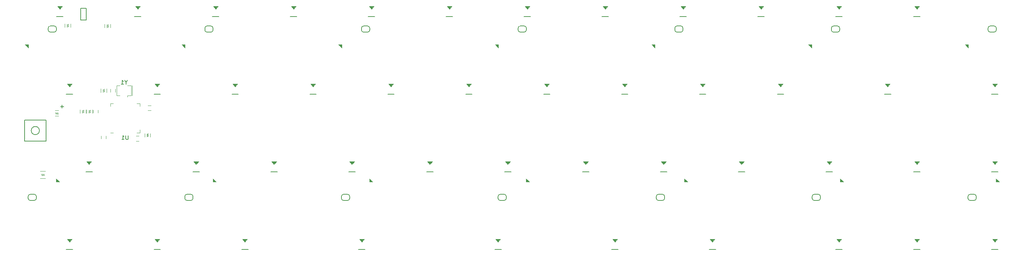
<source format=gbr>
%TF.GenerationSoftware,KiCad,Pcbnew,(5.1.11)-1*%
%TF.CreationDate,2022-08-16T19:25:20+07:00*%
%TF.ProjectId,Konpeko60,4b6f6e70-656b-46f3-9630-2e6b69636164,rev?*%
%TF.SameCoordinates,Original*%
%TF.FileFunction,Legend,Bot*%
%TF.FilePolarity,Positive*%
%FSLAX46Y46*%
G04 Gerber Fmt 4.6, Leading zero omitted, Abs format (unit mm)*
G04 Created by KiCad (PCBNEW (5.1.11)-1) date 2022-08-16 19:25:20*
%MOMM*%
%LPD*%
G01*
G04 APERTURE LIST*
%ADD10C,0.100000*%
%ADD11C,0.120000*%
%ADD12C,0.150000*%
G04 APERTURE END LIST*
D10*
%TO.C,R8*%
X52537500Y-74018750D02*
X52637500Y-73618750D01*
X52437500Y-73618750D02*
X52537500Y-74018750D01*
X52337500Y-74018750D02*
X52437500Y-73618750D01*
X52237500Y-73618750D02*
X52337500Y-74018750D01*
X52037500Y-73618750D02*
X52137500Y-74018750D01*
X52137500Y-74018750D02*
X52237500Y-73618750D01*
X52637500Y-73618750D02*
X52737500Y-74018750D01*
D11*
X51962500Y-73118750D02*
X52812500Y-73118750D01*
X51962500Y-74518750D02*
X52812500Y-74518750D01*
D12*
%TO.C,U2*%
X59546250Y-50930750D02*
X58246250Y-50930750D01*
X59546250Y-48030750D02*
X59546250Y-50930750D01*
X58246250Y-48030750D02*
X59546250Y-48030750D01*
X58246250Y-48030750D02*
X58246250Y-50930750D01*
D10*
%TO.C,R7*%
X64954125Y-52269250D02*
X64554125Y-52169250D01*
X64554125Y-52369250D02*
X64954125Y-52269250D01*
X64954125Y-52469250D02*
X64554125Y-52369250D01*
X64554125Y-52569250D02*
X64954125Y-52469250D01*
X64554125Y-52769250D02*
X64954125Y-52669250D01*
X64954125Y-52669250D02*
X64554125Y-52569250D01*
X64554125Y-52169250D02*
X64954125Y-52069250D01*
D11*
X64054125Y-52844250D02*
X64054125Y-51994250D01*
X65454125Y-52844250D02*
X65454125Y-51994250D01*
D10*
%TO.C,R6*%
X55238625Y-52142250D02*
X54838625Y-52042250D01*
X54838625Y-52242250D02*
X55238625Y-52142250D01*
X55238625Y-52342250D02*
X54838625Y-52242250D01*
X54838625Y-52442250D02*
X55238625Y-52342250D01*
X54838625Y-52642250D02*
X55238625Y-52542250D01*
X55238625Y-52542250D02*
X54838625Y-52442250D01*
X54838625Y-52042250D02*
X55238625Y-51942250D01*
D11*
X54338625Y-52717250D02*
X54338625Y-51867250D01*
X55738625Y-52717250D02*
X55738625Y-51867250D01*
D10*
%TO.C,R5*%
X48892625Y-89131750D02*
X48992625Y-88731750D01*
X49192625Y-88731750D02*
X49292625Y-89131750D01*
X48692625Y-89131750D02*
X48792625Y-88731750D01*
X48592625Y-88731750D02*
X48692625Y-89131750D01*
X48792625Y-88731750D02*
X48892625Y-89131750D01*
X48992625Y-88731750D02*
X49092625Y-89131750D01*
X49092625Y-89131750D02*
X49192625Y-88731750D01*
D11*
X48342625Y-89811750D02*
X49542625Y-89811750D01*
X49542625Y-88051750D02*
X48342625Y-88051750D01*
D10*
%TO.C,R2*%
X60550000Y-73250000D02*
X60150000Y-73150000D01*
X60150000Y-73350000D02*
X60550000Y-73250000D01*
X60550000Y-73450000D02*
X60150000Y-73350000D01*
X60150000Y-73550000D02*
X60550000Y-73450000D01*
X60150000Y-73750000D02*
X60550000Y-73650000D01*
X60550000Y-73650000D02*
X60150000Y-73550000D01*
X60150000Y-73150000D02*
X60550000Y-73050000D01*
D11*
X59650000Y-73825000D02*
X59650000Y-72975000D01*
X61050000Y-73825000D02*
X61050000Y-72975000D01*
D10*
%TO.C,R3*%
X58550000Y-73550000D02*
X58950000Y-73650000D01*
X58950000Y-73450000D02*
X58550000Y-73550000D01*
X58550000Y-73350000D02*
X58950000Y-73450000D01*
X58950000Y-73250000D02*
X58550000Y-73350000D01*
X58950000Y-73050000D02*
X58550000Y-73150000D01*
X58550000Y-73150000D02*
X58950000Y-73250000D01*
X58950000Y-73650000D02*
X58550000Y-73750000D01*
D11*
X59450000Y-72975000D02*
X59450000Y-73825000D01*
X58050000Y-72975000D02*
X58050000Y-73825000D01*
D12*
%TO.C,SW1*%
X48115625Y-78068750D02*
G75*
G03*
X48115625Y-78068750I-1000000J0D01*
G01*
X44515625Y-80668750D02*
X49715625Y-80668750D01*
X44515625Y-75468750D02*
X44515625Y-80668750D01*
X49715625Y-75468750D02*
X44515625Y-75468750D01*
X49715625Y-80668750D02*
X49715625Y-75468750D01*
D10*
%TO.C,RGB17*%
G36*
X244706250Y-90668750D02*
G01*
X243906250Y-90668750D01*
X243906250Y-89868750D01*
X244706250Y-90668750D01*
G37*
X244706250Y-90668750D02*
X243906250Y-90668750D01*
X243906250Y-89868750D01*
X244706250Y-90668750D01*
D12*
X239056250Y-94718750D02*
X239056250Y-94218750D01*
X237556250Y-95218750D02*
X238556250Y-95218750D01*
X237056250Y-94218750D02*
X237056250Y-94718750D01*
X238556250Y-93718750D02*
X237556250Y-93718750D01*
X237056250Y-94718750D02*
G75*
G03*
X237556250Y-95218750I500000J0D01*
G01*
X238556250Y-95218750D02*
G75*
G03*
X239056250Y-94718750I0J500000D01*
G01*
X239056250Y-94218750D02*
G75*
G03*
X238556250Y-93718750I-500000J0D01*
G01*
X237556250Y-93718750D02*
G75*
G03*
X237056250Y-94218750I0J-500000D01*
G01*
D10*
%TO.C,RGB16*%
G36*
X282806250Y-90668750D02*
G01*
X282006250Y-90668750D01*
X282006250Y-89868750D01*
X282806250Y-90668750D01*
G37*
X282806250Y-90668750D02*
X282006250Y-90668750D01*
X282006250Y-89868750D01*
X282806250Y-90668750D01*
D12*
X277156250Y-94718750D02*
X277156250Y-94218750D01*
X275656250Y-95218750D02*
X276656250Y-95218750D01*
X275156250Y-94218750D02*
X275156250Y-94718750D01*
X276656250Y-93718750D02*
X275656250Y-93718750D01*
X275156250Y-94718750D02*
G75*
G03*
X275656250Y-95218750I500000J0D01*
G01*
X276656250Y-95218750D02*
G75*
G03*
X277156250Y-94718750I0J500000D01*
G01*
X277156250Y-94218750D02*
G75*
G03*
X276656250Y-93718750I-500000J0D01*
G01*
X275656250Y-93718750D02*
G75*
G03*
X275156250Y-94218750I0J-500000D01*
G01*
D10*
%TO.C,RGB15*%
G36*
X206606250Y-90668750D02*
G01*
X205806250Y-90668750D01*
X205806250Y-89868750D01*
X206606250Y-90668750D01*
G37*
X206606250Y-90668750D02*
X205806250Y-90668750D01*
X205806250Y-89868750D01*
X206606250Y-90668750D01*
D12*
X200956250Y-94718750D02*
X200956250Y-94218750D01*
X199456250Y-95218750D02*
X200456250Y-95218750D01*
X198956250Y-94218750D02*
X198956250Y-94718750D01*
X200456250Y-93718750D02*
X199456250Y-93718750D01*
X198956250Y-94718750D02*
G75*
G03*
X199456250Y-95218750I500000J0D01*
G01*
X200456250Y-95218750D02*
G75*
G03*
X200956250Y-94718750I0J500000D01*
G01*
X200956250Y-94218750D02*
G75*
G03*
X200456250Y-93718750I-500000J0D01*
G01*
X199456250Y-93718750D02*
G75*
G03*
X198956250Y-94218750I0J-500000D01*
G01*
%TO.C,RGB13*%
X161760625Y-93718750D02*
X160760625Y-93718750D01*
X160260625Y-94218750D02*
X160260625Y-94718750D01*
X160760625Y-95218750D02*
X161760625Y-95218750D01*
X162260625Y-94718750D02*
X162260625Y-94218750D01*
D10*
G36*
X167910625Y-90668750D02*
G01*
X167110625Y-90668750D01*
X167110625Y-89868750D01*
X167910625Y-90668750D01*
G37*
X167910625Y-90668750D02*
X167110625Y-90668750D01*
X167110625Y-89868750D01*
X167910625Y-90668750D01*
D12*
X160760625Y-93718750D02*
G75*
G03*
X160260625Y-94218750I0J-500000D01*
G01*
X162260625Y-94218750D02*
G75*
G03*
X161760625Y-93718750I-500000J0D01*
G01*
X161760625Y-95218750D02*
G75*
G03*
X162260625Y-94718750I0J500000D01*
G01*
X160260625Y-94718750D02*
G75*
G03*
X160760625Y-95218750I500000J0D01*
G01*
D10*
%TO.C,RGB12*%
G36*
X274405625Y-56968750D02*
G01*
X275205625Y-56968750D01*
X275205625Y-57768750D01*
X274405625Y-56968750D01*
G37*
X274405625Y-56968750D02*
X275205625Y-56968750D01*
X275205625Y-57768750D01*
X274405625Y-56968750D01*
D12*
X280055625Y-52918750D02*
X280055625Y-53418750D01*
X281555625Y-52418750D02*
X280555625Y-52418750D01*
X282055625Y-53418750D02*
X282055625Y-52918750D01*
X280555625Y-53918750D02*
X281555625Y-53918750D01*
X282055625Y-52918750D02*
G75*
G03*
X281555625Y-52418750I-500000J0D01*
G01*
X280555625Y-52418750D02*
G75*
G03*
X280055625Y-52918750I0J-500000D01*
G01*
X280055625Y-53418750D02*
G75*
G03*
X280555625Y-53918750I500000J0D01*
G01*
X281555625Y-53918750D02*
G75*
G03*
X282055625Y-53418750I0J500000D01*
G01*
D10*
%TO.C,RGB11*%
G36*
X129612292Y-90668750D02*
G01*
X128812292Y-90668750D01*
X128812292Y-89868750D01*
X129612292Y-90668750D01*
G37*
X129612292Y-90668750D02*
X128812292Y-90668750D01*
X128812292Y-89868750D01*
X129612292Y-90668750D01*
D12*
X123962292Y-94718750D02*
X123962292Y-94218750D01*
X122462292Y-95218750D02*
X123462292Y-95218750D01*
X121962292Y-94218750D02*
X121962292Y-94718750D01*
X123462292Y-93718750D02*
X122462292Y-93718750D01*
X121962292Y-94718750D02*
G75*
G03*
X122462292Y-95218750I500000J0D01*
G01*
X123462292Y-95218750D02*
G75*
G03*
X123962292Y-94718750I0J500000D01*
G01*
X123962292Y-94218750D02*
G75*
G03*
X123462292Y-93718750I-500000J0D01*
G01*
X122462292Y-93718750D02*
G75*
G03*
X121962292Y-94218750I0J-500000D01*
G01*
D10*
%TO.C,RGB10*%
G36*
X236107292Y-56968750D02*
G01*
X236907292Y-56968750D01*
X236907292Y-57768750D01*
X236107292Y-56968750D01*
G37*
X236107292Y-56968750D02*
X236907292Y-56968750D01*
X236907292Y-57768750D01*
X236107292Y-56968750D01*
D12*
X241757292Y-52918750D02*
X241757292Y-53418750D01*
X243257292Y-52418750D02*
X242257292Y-52418750D01*
X243757292Y-53418750D02*
X243757292Y-52918750D01*
X242257292Y-53918750D02*
X243257292Y-53918750D01*
X243757292Y-52918750D02*
G75*
G03*
X243257292Y-52418750I-500000J0D01*
G01*
X242257292Y-52418750D02*
G75*
G03*
X241757292Y-52918750I0J-500000D01*
G01*
X241757292Y-53418750D02*
G75*
G03*
X242257292Y-53918750I500000J0D01*
G01*
X243257292Y-53918750D02*
G75*
G03*
X243757292Y-53418750I0J500000D01*
G01*
D10*
%TO.C,RGB9*%
G36*
X91313958Y-90668750D02*
G01*
X90513958Y-90668750D01*
X90513958Y-89868750D01*
X91313958Y-90668750D01*
G37*
X91313958Y-90668750D02*
X90513958Y-90668750D01*
X90513958Y-89868750D01*
X91313958Y-90668750D01*
D12*
X85663958Y-94718750D02*
X85663958Y-94218750D01*
X84163958Y-95218750D02*
X85163958Y-95218750D01*
X83663958Y-94218750D02*
X83663958Y-94718750D01*
X85163958Y-93718750D02*
X84163958Y-93718750D01*
X83663958Y-94718750D02*
G75*
G03*
X84163958Y-95218750I500000J0D01*
G01*
X85163958Y-95218750D02*
G75*
G03*
X85663958Y-94718750I0J500000D01*
G01*
X85663958Y-94218750D02*
G75*
G03*
X85163958Y-93718750I-500000J0D01*
G01*
X84163958Y-93718750D02*
G75*
G03*
X83663958Y-94218750I0J-500000D01*
G01*
D10*
%TO.C,RGB8*%
G36*
X197808958Y-56968750D02*
G01*
X198608958Y-56968750D01*
X198608958Y-57768750D01*
X197808958Y-56968750D01*
G37*
X197808958Y-56968750D02*
X198608958Y-56968750D01*
X198608958Y-57768750D01*
X197808958Y-56968750D01*
D12*
X203458958Y-52918750D02*
X203458958Y-53418750D01*
X204958958Y-52418750D02*
X203958958Y-52418750D01*
X205458958Y-53418750D02*
X205458958Y-52918750D01*
X203958958Y-53918750D02*
X204958958Y-53918750D01*
X205458958Y-52918750D02*
G75*
G03*
X204958958Y-52418750I-500000J0D01*
G01*
X203958958Y-52418750D02*
G75*
G03*
X203458958Y-52918750I0J-500000D01*
G01*
X203458958Y-53418750D02*
G75*
G03*
X203958958Y-53918750I500000J0D01*
G01*
X204958958Y-53918750D02*
G75*
G03*
X205458958Y-53418750I0J500000D01*
G01*
D10*
%TO.C,RGB7*%
G36*
X53015625Y-90668750D02*
G01*
X52215625Y-90668750D01*
X52215625Y-89868750D01*
X53015625Y-90668750D01*
G37*
X53015625Y-90668750D02*
X52215625Y-90668750D01*
X52215625Y-89868750D01*
X53015625Y-90668750D01*
D12*
X47365625Y-94718750D02*
X47365625Y-94218750D01*
X45865625Y-95218750D02*
X46865625Y-95218750D01*
X45365625Y-94218750D02*
X45365625Y-94718750D01*
X46865625Y-93718750D02*
X45865625Y-93718750D01*
X45365625Y-94718750D02*
G75*
G03*
X45865625Y-95218750I500000J0D01*
G01*
X46865625Y-95218750D02*
G75*
G03*
X47365625Y-94718750I0J500000D01*
G01*
X47365625Y-94218750D02*
G75*
G03*
X46865625Y-93718750I-500000J0D01*
G01*
X45865625Y-93718750D02*
G75*
G03*
X45365625Y-94218750I0J-500000D01*
G01*
D10*
%TO.C,RGB6*%
G36*
X159510625Y-56968750D02*
G01*
X160310625Y-56968750D01*
X160310625Y-57768750D01*
X159510625Y-56968750D01*
G37*
X159510625Y-56968750D02*
X160310625Y-56968750D01*
X160310625Y-57768750D01*
X159510625Y-56968750D01*
D12*
X165160625Y-52918750D02*
X165160625Y-53418750D01*
X166660625Y-52418750D02*
X165660625Y-52418750D01*
X167160625Y-53418750D02*
X167160625Y-52918750D01*
X165660625Y-53918750D02*
X166660625Y-53918750D01*
X167160625Y-52918750D02*
G75*
G03*
X166660625Y-52418750I-500000J0D01*
G01*
X165660625Y-52418750D02*
G75*
G03*
X165160625Y-52918750I0J-500000D01*
G01*
X165160625Y-53418750D02*
G75*
G03*
X165660625Y-53918750I500000J0D01*
G01*
X166660625Y-53918750D02*
G75*
G03*
X167160625Y-53418750I0J500000D01*
G01*
D10*
%TO.C,RGB4*%
G36*
X121212292Y-56968750D02*
G01*
X122012292Y-56968750D01*
X122012292Y-57768750D01*
X121212292Y-56968750D01*
G37*
X121212292Y-56968750D02*
X122012292Y-56968750D01*
X122012292Y-57768750D01*
X121212292Y-56968750D01*
D12*
X126862292Y-52918750D02*
X126862292Y-53418750D01*
X128362292Y-52418750D02*
X127362292Y-52418750D01*
X128862292Y-53418750D02*
X128862292Y-52918750D01*
X127362292Y-53918750D02*
X128362292Y-53918750D01*
X128862292Y-52918750D02*
G75*
G03*
X128362292Y-52418750I-500000J0D01*
G01*
X127362292Y-52418750D02*
G75*
G03*
X126862292Y-52918750I0J-500000D01*
G01*
X126862292Y-53418750D02*
G75*
G03*
X127362292Y-53918750I500000J0D01*
G01*
X128362292Y-53918750D02*
G75*
G03*
X128862292Y-53418750I0J500000D01*
G01*
D10*
%TO.C,RGB2*%
G36*
X82913958Y-56968750D02*
G01*
X83713958Y-56968750D01*
X83713958Y-57768750D01*
X82913958Y-56968750D01*
G37*
X82913958Y-56968750D02*
X83713958Y-56968750D01*
X83713958Y-57768750D01*
X82913958Y-56968750D01*
D12*
X88563958Y-52918750D02*
X88563958Y-53418750D01*
X90063958Y-52418750D02*
X89063958Y-52418750D01*
X90563958Y-53418750D02*
X90563958Y-52918750D01*
X89063958Y-53918750D02*
X90063958Y-53918750D01*
X90563958Y-52918750D02*
G75*
G03*
X90063958Y-52418750I-500000J0D01*
G01*
X89063958Y-52418750D02*
G75*
G03*
X88563958Y-52918750I0J-500000D01*
G01*
X88563958Y-53418750D02*
G75*
G03*
X89063958Y-53918750I500000J0D01*
G01*
X90063958Y-53918750D02*
G75*
G03*
X90563958Y-53418750I0J500000D01*
G01*
D10*
%TO.C,RGB1*%
G36*
X44615625Y-56968750D02*
G01*
X45415625Y-56968750D01*
X45415625Y-57768750D01*
X44615625Y-56968750D01*
G37*
X44615625Y-56968750D02*
X45415625Y-56968750D01*
X45415625Y-57768750D01*
X44615625Y-56968750D01*
D12*
X50265625Y-52918750D02*
X50265625Y-53418750D01*
X51765625Y-52418750D02*
X50765625Y-52418750D01*
X52265625Y-53418750D02*
X52265625Y-52918750D01*
X50765625Y-53918750D02*
X51765625Y-53918750D01*
X52265625Y-52918750D02*
G75*
G03*
X51765625Y-52418750I-500000J0D01*
G01*
X50765625Y-52418750D02*
G75*
G03*
X50265625Y-52918750I0J-500000D01*
G01*
X50265625Y-53418750D02*
G75*
G03*
X50765625Y-53918750I500000J0D01*
G01*
X51765625Y-53918750D02*
G75*
G03*
X52265625Y-53418750I0J500000D01*
G01*
%TO.C,D48*%
X280905250Y-107284375D02*
X282505250Y-107284375D01*
D10*
G36*
X281705250Y-105484375D02*
G01*
X282305250Y-104684375D01*
X281105250Y-104684375D01*
X281705250Y-105484375D01*
G37*
X281705250Y-105484375D02*
X282305250Y-104684375D01*
X281105250Y-104684375D01*
X281705250Y-105484375D01*
D12*
%TO.C,D47*%
X280905250Y-88234375D02*
X282505250Y-88234375D01*
D10*
G36*
X281705250Y-86434375D02*
G01*
X282305250Y-85634375D01*
X281105250Y-85634375D01*
X281705250Y-86434375D01*
G37*
X281705250Y-86434375D02*
X282305250Y-85634375D01*
X281105250Y-85634375D01*
X281705250Y-86434375D01*
D12*
%TO.C,D46*%
X280905250Y-69184375D02*
X282505250Y-69184375D01*
D10*
G36*
X281705250Y-67384375D02*
G01*
X282305250Y-66584375D01*
X281105250Y-66584375D01*
X281705250Y-67384375D01*
G37*
X281705250Y-67384375D02*
X282305250Y-66584375D01*
X281105250Y-66584375D01*
X281705250Y-67384375D01*
D12*
%TO.C,D45*%
X261855250Y-50134375D02*
X263455250Y-50134375D01*
D10*
G36*
X262655250Y-48334375D02*
G01*
X263255250Y-47534375D01*
X262055250Y-47534375D01*
X262655250Y-48334375D01*
G37*
X262655250Y-48334375D02*
X263255250Y-47534375D01*
X262055250Y-47534375D01*
X262655250Y-48334375D01*
D12*
%TO.C,D44*%
X261855250Y-107284375D02*
X263455250Y-107284375D01*
D10*
G36*
X262655250Y-105484375D02*
G01*
X263255250Y-104684375D01*
X262055250Y-104684375D01*
X262655250Y-105484375D01*
G37*
X262655250Y-105484375D02*
X263255250Y-104684375D01*
X262055250Y-104684375D01*
X262655250Y-105484375D01*
D12*
%TO.C,D43*%
X261855250Y-88234375D02*
X263455250Y-88234375D01*
D10*
G36*
X262655250Y-86434375D02*
G01*
X263255250Y-85634375D01*
X262055250Y-85634375D01*
X262655250Y-86434375D01*
G37*
X262655250Y-86434375D02*
X263255250Y-85634375D01*
X262055250Y-85634375D01*
X262655250Y-86434375D01*
D12*
%TO.C,D42*%
X254711500Y-69184375D02*
X256311500Y-69184375D01*
D10*
G36*
X255511500Y-67384375D02*
G01*
X256111500Y-66584375D01*
X254911500Y-66584375D01*
X255511500Y-67384375D01*
G37*
X255511500Y-67384375D02*
X256111500Y-66584375D01*
X254911500Y-66584375D01*
X255511500Y-67384375D01*
D12*
%TO.C,D41*%
X242805250Y-50134375D02*
X244405250Y-50134375D01*
D10*
G36*
X243605250Y-48334375D02*
G01*
X244205250Y-47534375D01*
X243005250Y-47534375D01*
X243605250Y-48334375D01*
G37*
X243605250Y-48334375D02*
X244205250Y-47534375D01*
X243005250Y-47534375D01*
X243605250Y-48334375D01*
D12*
%TO.C,D40*%
X242805250Y-107284375D02*
X244405250Y-107284375D01*
D10*
G36*
X243605250Y-105484375D02*
G01*
X244205250Y-104684375D01*
X243005250Y-104684375D01*
X243605250Y-105484375D01*
G37*
X243605250Y-105484375D02*
X244205250Y-104684375D01*
X243005250Y-104684375D01*
X243605250Y-105484375D01*
D12*
%TO.C,D39*%
X240424000Y-88234375D02*
X242024000Y-88234375D01*
D10*
G36*
X241224000Y-86434375D02*
G01*
X241824000Y-85634375D01*
X240624000Y-85634375D01*
X241224000Y-86434375D01*
G37*
X241224000Y-86434375D02*
X241824000Y-85634375D01*
X240624000Y-85634375D01*
X241224000Y-86434375D01*
D12*
%TO.C,D38*%
X228517750Y-69184375D02*
X230117750Y-69184375D01*
D10*
G36*
X229317750Y-67384375D02*
G01*
X229917750Y-66584375D01*
X228717750Y-66584375D01*
X229317750Y-67384375D01*
G37*
X229317750Y-67384375D02*
X229917750Y-66584375D01*
X228717750Y-66584375D01*
X229317750Y-67384375D01*
D12*
%TO.C,D37*%
X223755250Y-50134375D02*
X225355250Y-50134375D01*
D10*
G36*
X224555250Y-48334375D02*
G01*
X225155250Y-47534375D01*
X223955250Y-47534375D01*
X224555250Y-48334375D01*
G37*
X224555250Y-48334375D02*
X225155250Y-47534375D01*
X223955250Y-47534375D01*
X224555250Y-48334375D01*
D12*
%TO.C,D35*%
X218992750Y-88234375D02*
X220592750Y-88234375D01*
D10*
G36*
X219792750Y-86434375D02*
G01*
X220392750Y-85634375D01*
X219192750Y-85634375D01*
X219792750Y-86434375D01*
G37*
X219792750Y-86434375D02*
X220392750Y-85634375D01*
X219192750Y-85634375D01*
X219792750Y-86434375D01*
D12*
%TO.C,D34*%
X209467750Y-69184375D02*
X211067750Y-69184375D01*
D10*
G36*
X210267750Y-67384375D02*
G01*
X210867750Y-66584375D01*
X209667750Y-66584375D01*
X210267750Y-67384375D01*
G37*
X210267750Y-67384375D02*
X210867750Y-66584375D01*
X209667750Y-66584375D01*
X210267750Y-67384375D01*
D12*
%TO.C,D33*%
X204705250Y-50134375D02*
X206305250Y-50134375D01*
D10*
G36*
X205505250Y-48334375D02*
G01*
X206105250Y-47534375D01*
X204905250Y-47534375D01*
X205505250Y-48334375D01*
G37*
X205505250Y-48334375D02*
X206105250Y-47534375D01*
X204905250Y-47534375D01*
X205505250Y-48334375D01*
D12*
%TO.C,D32*%
X211849000Y-107284375D02*
X213449000Y-107284375D01*
D10*
G36*
X212649000Y-105484375D02*
G01*
X213249000Y-104684375D01*
X212049000Y-104684375D01*
X212649000Y-105484375D01*
G37*
X212649000Y-105484375D02*
X213249000Y-104684375D01*
X212049000Y-104684375D01*
X212649000Y-105484375D01*
D12*
%TO.C,D31*%
X199942750Y-88234375D02*
X201542750Y-88234375D01*
D10*
G36*
X200742750Y-86434375D02*
G01*
X201342750Y-85634375D01*
X200142750Y-85634375D01*
X200742750Y-86434375D01*
G37*
X200742750Y-86434375D02*
X201342750Y-85634375D01*
X200142750Y-85634375D01*
X200742750Y-86434375D01*
D12*
%TO.C,D30*%
X190417750Y-69184375D02*
X192017750Y-69184375D01*
D10*
G36*
X191217750Y-67384375D02*
G01*
X191817750Y-66584375D01*
X190617750Y-66584375D01*
X191217750Y-67384375D01*
G37*
X191217750Y-67384375D02*
X191817750Y-66584375D01*
X190617750Y-66584375D01*
X191217750Y-67384375D01*
D12*
%TO.C,D29*%
X185655250Y-50134375D02*
X187255250Y-50134375D01*
D10*
G36*
X186455250Y-48334375D02*
G01*
X187055250Y-47534375D01*
X185855250Y-47534375D01*
X186455250Y-48334375D01*
G37*
X186455250Y-48334375D02*
X187055250Y-47534375D01*
X185855250Y-47534375D01*
X186455250Y-48334375D01*
D12*
%TO.C,D28*%
X188036500Y-107284375D02*
X189636500Y-107284375D01*
D10*
G36*
X188836500Y-105484375D02*
G01*
X189436500Y-104684375D01*
X188236500Y-104684375D01*
X188836500Y-105484375D01*
G37*
X188836500Y-105484375D02*
X189436500Y-104684375D01*
X188236500Y-104684375D01*
X188836500Y-105484375D01*
D12*
%TO.C,D27*%
X180892750Y-88234375D02*
X182492750Y-88234375D01*
D10*
G36*
X181692750Y-86434375D02*
G01*
X182292750Y-85634375D01*
X181092750Y-85634375D01*
X181692750Y-86434375D01*
G37*
X181692750Y-86434375D02*
X182292750Y-85634375D01*
X181092750Y-85634375D01*
X181692750Y-86434375D01*
D12*
%TO.C,D26*%
X171367750Y-69184375D02*
X172967750Y-69184375D01*
D10*
G36*
X172167750Y-67384375D02*
G01*
X172767750Y-66584375D01*
X171567750Y-66584375D01*
X172167750Y-67384375D01*
G37*
X172167750Y-67384375D02*
X172767750Y-66584375D01*
X171567750Y-66584375D01*
X172167750Y-67384375D01*
D12*
%TO.C,D25*%
X166605250Y-50134375D02*
X168205250Y-50134375D01*
D10*
G36*
X167405250Y-48334375D02*
G01*
X168005250Y-47534375D01*
X166805250Y-47534375D01*
X167405250Y-48334375D01*
G37*
X167405250Y-48334375D02*
X168005250Y-47534375D01*
X166805250Y-47534375D01*
X167405250Y-48334375D01*
D12*
%TO.C,D24*%
X159461500Y-107284375D02*
X161061500Y-107284375D01*
D10*
G36*
X160261500Y-105484375D02*
G01*
X160861500Y-104684375D01*
X159661500Y-104684375D01*
X160261500Y-105484375D01*
G37*
X160261500Y-105484375D02*
X160861500Y-104684375D01*
X159661500Y-104684375D01*
X160261500Y-105484375D01*
D12*
%TO.C,D23*%
X161842750Y-88234375D02*
X163442750Y-88234375D01*
D10*
G36*
X162642750Y-86434375D02*
G01*
X163242750Y-85634375D01*
X162042750Y-85634375D01*
X162642750Y-86434375D01*
G37*
X162642750Y-86434375D02*
X163242750Y-85634375D01*
X162042750Y-85634375D01*
X162642750Y-86434375D01*
D12*
%TO.C,D22*%
X152317750Y-69184375D02*
X153917750Y-69184375D01*
D10*
G36*
X153117750Y-67384375D02*
G01*
X153717750Y-66584375D01*
X152517750Y-66584375D01*
X153117750Y-67384375D01*
G37*
X153117750Y-67384375D02*
X153717750Y-66584375D01*
X152517750Y-66584375D01*
X153117750Y-67384375D01*
D12*
%TO.C,D21*%
X147555250Y-50134375D02*
X149155250Y-50134375D01*
D10*
G36*
X148355250Y-48334375D02*
G01*
X148955250Y-47534375D01*
X147755250Y-47534375D01*
X148355250Y-48334375D01*
G37*
X148355250Y-48334375D02*
X148955250Y-47534375D01*
X147755250Y-47534375D01*
X148355250Y-48334375D01*
D12*
%TO.C,D20*%
X126124000Y-107284375D02*
X127724000Y-107284375D01*
D10*
G36*
X126924000Y-105484375D02*
G01*
X127524000Y-104684375D01*
X126324000Y-104684375D01*
X126924000Y-105484375D01*
G37*
X126924000Y-105484375D02*
X127524000Y-104684375D01*
X126324000Y-104684375D01*
X126924000Y-105484375D01*
D12*
%TO.C,D19*%
X142792750Y-88234375D02*
X144392750Y-88234375D01*
D10*
G36*
X143592750Y-86434375D02*
G01*
X144192750Y-85634375D01*
X142992750Y-85634375D01*
X143592750Y-86434375D01*
G37*
X143592750Y-86434375D02*
X144192750Y-85634375D01*
X142992750Y-85634375D01*
X143592750Y-86434375D01*
D12*
%TO.C,D18*%
X133267750Y-69184375D02*
X134867750Y-69184375D01*
D10*
G36*
X134067750Y-67384375D02*
G01*
X134667750Y-66584375D01*
X133467750Y-66584375D01*
X134067750Y-67384375D01*
G37*
X134067750Y-67384375D02*
X134667750Y-66584375D01*
X133467750Y-66584375D01*
X134067750Y-67384375D01*
D12*
%TO.C,D17*%
X128505250Y-50134375D02*
X130105250Y-50134375D01*
D10*
G36*
X129305250Y-48334375D02*
G01*
X129905250Y-47534375D01*
X128705250Y-47534375D01*
X129305250Y-48334375D01*
G37*
X129305250Y-48334375D02*
X129905250Y-47534375D01*
X128705250Y-47534375D01*
X129305250Y-48334375D01*
D12*
%TO.C,D15*%
X123742750Y-88234375D02*
X125342750Y-88234375D01*
D10*
G36*
X124542750Y-86434375D02*
G01*
X125142750Y-85634375D01*
X123942750Y-85634375D01*
X124542750Y-86434375D01*
G37*
X124542750Y-86434375D02*
X125142750Y-85634375D01*
X123942750Y-85634375D01*
X124542750Y-86434375D01*
D12*
%TO.C,D14*%
X114217750Y-69184375D02*
X115817750Y-69184375D01*
D10*
G36*
X115017750Y-67384375D02*
G01*
X115617750Y-66584375D01*
X114417750Y-66584375D01*
X115017750Y-67384375D01*
G37*
X115017750Y-67384375D02*
X115617750Y-66584375D01*
X114417750Y-66584375D01*
X115017750Y-67384375D01*
D12*
%TO.C,D13*%
X109455250Y-50134375D02*
X111055250Y-50134375D01*
D10*
G36*
X110255250Y-48334375D02*
G01*
X110855250Y-47534375D01*
X109655250Y-47534375D01*
X110255250Y-48334375D01*
G37*
X110255250Y-48334375D02*
X110855250Y-47534375D01*
X109655250Y-47534375D01*
X110255250Y-48334375D01*
D12*
%TO.C,D12*%
X97549000Y-107284375D02*
X99149000Y-107284375D01*
D10*
G36*
X98349000Y-105484375D02*
G01*
X98949000Y-104684375D01*
X97749000Y-104684375D01*
X98349000Y-105484375D01*
G37*
X98349000Y-105484375D02*
X98949000Y-104684375D01*
X97749000Y-104684375D01*
X98349000Y-105484375D01*
D12*
%TO.C,D11*%
X104692750Y-88234375D02*
X106292750Y-88234375D01*
D10*
G36*
X105492750Y-86434375D02*
G01*
X106092750Y-85634375D01*
X104892750Y-85634375D01*
X105492750Y-86434375D01*
G37*
X105492750Y-86434375D02*
X106092750Y-85634375D01*
X104892750Y-85634375D01*
X105492750Y-86434375D01*
D12*
%TO.C,D10*%
X95167750Y-69184375D02*
X96767750Y-69184375D01*
D10*
G36*
X95967750Y-67384375D02*
G01*
X96567750Y-66584375D01*
X95367750Y-66584375D01*
X95967750Y-67384375D01*
G37*
X95967750Y-67384375D02*
X96567750Y-66584375D01*
X95367750Y-66584375D01*
X95967750Y-67384375D01*
D12*
%TO.C,D9*%
X90405250Y-50134375D02*
X92005250Y-50134375D01*
D10*
G36*
X91205250Y-48334375D02*
G01*
X91805250Y-47534375D01*
X90605250Y-47534375D01*
X91205250Y-48334375D01*
G37*
X91205250Y-48334375D02*
X91805250Y-47534375D01*
X90605250Y-47534375D01*
X91205250Y-48334375D01*
D12*
%TO.C,D8*%
X76117750Y-107284375D02*
X77717750Y-107284375D01*
D10*
G36*
X76917750Y-105484375D02*
G01*
X77517750Y-104684375D01*
X76317750Y-104684375D01*
X76917750Y-105484375D01*
G37*
X76917750Y-105484375D02*
X77517750Y-104684375D01*
X76317750Y-104684375D01*
X76917750Y-105484375D01*
D12*
%TO.C,D7*%
X85642750Y-88234375D02*
X87242750Y-88234375D01*
D10*
G36*
X86442750Y-86434375D02*
G01*
X87042750Y-85634375D01*
X85842750Y-85634375D01*
X86442750Y-86434375D01*
G37*
X86442750Y-86434375D02*
X87042750Y-85634375D01*
X85842750Y-85634375D01*
X86442750Y-86434375D01*
D12*
%TO.C,D6*%
X76117750Y-69184375D02*
X77717750Y-69184375D01*
D10*
G36*
X76917750Y-67384375D02*
G01*
X77517750Y-66584375D01*
X76317750Y-66584375D01*
X76917750Y-67384375D01*
G37*
X76917750Y-67384375D02*
X77517750Y-66584375D01*
X76317750Y-66584375D01*
X76917750Y-67384375D01*
D12*
%TO.C,D5*%
X71355250Y-50134375D02*
X72955250Y-50134375D01*
D10*
G36*
X72155250Y-48334375D02*
G01*
X72755250Y-47534375D01*
X71555250Y-47534375D01*
X72155250Y-48334375D01*
G37*
X72155250Y-48334375D02*
X72755250Y-47534375D01*
X71555250Y-47534375D01*
X72155250Y-48334375D01*
D12*
%TO.C,D4*%
X54686500Y-107284375D02*
X56286500Y-107284375D01*
D10*
G36*
X55486500Y-105484375D02*
G01*
X56086500Y-104684375D01*
X54886500Y-104684375D01*
X55486500Y-105484375D01*
G37*
X55486500Y-105484375D02*
X56086500Y-104684375D01*
X54886500Y-104684375D01*
X55486500Y-105484375D01*
D12*
%TO.C,D3*%
X59449000Y-88234375D02*
X61049000Y-88234375D01*
D10*
G36*
X60249000Y-86434375D02*
G01*
X60849000Y-85634375D01*
X59649000Y-85634375D01*
X60249000Y-86434375D01*
G37*
X60249000Y-86434375D02*
X60849000Y-85634375D01*
X59649000Y-85634375D01*
X60249000Y-86434375D01*
D12*
%TO.C,D2*%
X54686500Y-69184375D02*
X56286500Y-69184375D01*
D10*
G36*
X55486500Y-67384375D02*
G01*
X56086500Y-66584375D01*
X54886500Y-66584375D01*
X55486500Y-67384375D01*
G37*
X55486500Y-67384375D02*
X56086500Y-66584375D01*
X54886500Y-66584375D01*
X55486500Y-67384375D01*
D12*
%TO.C,D1*%
X52305250Y-50134375D02*
X53905250Y-50134375D01*
D10*
G36*
X53105250Y-48334375D02*
G01*
X53705250Y-47534375D01*
X52505250Y-47534375D01*
X53105250Y-48334375D01*
G37*
X53105250Y-48334375D02*
X53705250Y-47534375D01*
X52505250Y-47534375D01*
X53105250Y-48334375D01*
D11*
%TO.C,Y1*%
X70806250Y-69059375D02*
X70806250Y-69459375D01*
X70606250Y-69059375D02*
X70606250Y-69459375D01*
X67006250Y-69059375D02*
X67006250Y-69459375D01*
X70806250Y-67059375D02*
X70806250Y-69059375D01*
X69606250Y-69459375D02*
X69606250Y-69859375D01*
X69606250Y-69459375D02*
X70606250Y-69459375D01*
X70606250Y-69059375D02*
X70606250Y-67059375D01*
X70606250Y-67059375D02*
X69606250Y-67059375D01*
X67806250Y-67059375D02*
X67006250Y-67059375D01*
X67006250Y-67059375D02*
X67006250Y-69059375D01*
X67006250Y-69459375D02*
X67806250Y-69459375D01*
%TO.C,U1*%
X66171250Y-78619375D02*
X65446250Y-78619375D01*
X72666250Y-71399375D02*
X72666250Y-72124375D01*
X71941250Y-71399375D02*
X72666250Y-71399375D01*
X65446250Y-71399375D02*
X65446250Y-72124375D01*
X66171250Y-71399375D02*
X65446250Y-71399375D01*
X72666250Y-78619375D02*
X72666250Y-77894375D01*
X71941250Y-78619375D02*
X72666250Y-78619375D01*
D10*
%TO.C,R4*%
X64056250Y-68109375D02*
X63656250Y-68009375D01*
X63656250Y-68209375D02*
X64056250Y-68109375D01*
X64056250Y-68309375D02*
X63656250Y-68209375D01*
X63656250Y-68409375D02*
X64056250Y-68309375D01*
X63656250Y-68609375D02*
X64056250Y-68509375D01*
X64056250Y-68509375D02*
X63656250Y-68409375D01*
X63656250Y-68009375D02*
X64056250Y-67909375D01*
D11*
X63156250Y-68684375D02*
X63156250Y-67834375D01*
X64556250Y-68684375D02*
X64556250Y-67834375D01*
D10*
%TO.C,R1*%
X74756250Y-79034375D02*
X74356250Y-78934375D01*
X74356250Y-79134375D02*
X74756250Y-79034375D01*
X74756250Y-79234375D02*
X74356250Y-79134375D01*
X74356250Y-79334375D02*
X74756250Y-79234375D01*
X74356250Y-79534375D02*
X74756250Y-79434375D01*
X74756250Y-79434375D02*
X74356250Y-79334375D01*
X74356250Y-78934375D02*
X74756250Y-78834375D01*
D11*
X73856250Y-79609375D02*
X73856250Y-78759375D01*
X75256250Y-79609375D02*
X75256250Y-78759375D01*
%TO.C,C5*%
X75356250Y-71934375D02*
X74656250Y-71934375D01*
X74656250Y-73134375D02*
X75356250Y-73134375D01*
%TO.C,C4*%
X71756250Y-80634375D02*
X72456250Y-80634375D01*
X72456250Y-79434375D02*
X71756250Y-79434375D01*
%TO.C,C3*%
X65456250Y-67909375D02*
X65456250Y-68609375D01*
X66656250Y-68609375D02*
X66656250Y-67909375D01*
%TO.C,C2*%
X64406250Y-80109375D02*
X64406250Y-79409375D01*
X63206250Y-79409375D02*
X63206250Y-80109375D01*
%TO.C,C1*%
X62450000Y-73750000D02*
X62450000Y-73050000D01*
X61250000Y-73050000D02*
X61250000Y-73750000D01*
%TO.C,D16*%
D12*
X53276547Y-72159803D02*
X54038452Y-72159803D01*
X53657500Y-72540755D02*
X53657500Y-71778851D01*
%TO.C,Y1*%
X69282440Y-66235565D02*
X69282440Y-66711755D01*
X69615773Y-65711755D02*
X69282440Y-66235565D01*
X68949107Y-65711755D01*
X68091964Y-66711755D02*
X68663392Y-66711755D01*
X68377678Y-66711755D02*
X68377678Y-65711755D01*
X68472916Y-65854613D01*
X68568154Y-65949851D01*
X68663392Y-65997470D01*
%TO.C,U1*%
X69818154Y-79281755D02*
X69818154Y-80091279D01*
X69770535Y-80186517D01*
X69722916Y-80234136D01*
X69627678Y-80281755D01*
X69437202Y-80281755D01*
X69341964Y-80234136D01*
X69294345Y-80186517D01*
X69246726Y-80091279D01*
X69246726Y-79281755D01*
X68246726Y-80281755D02*
X68818154Y-80281755D01*
X68532440Y-80281755D02*
X68532440Y-79281755D01*
X68627678Y-79424613D01*
X68722916Y-79519851D01*
X68818154Y-79567470D01*
%TD*%
M02*

</source>
